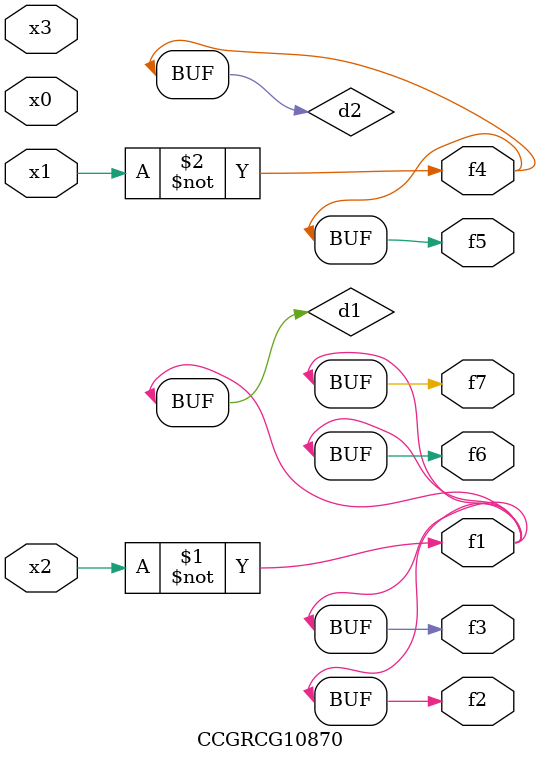
<source format=v>
module CCGRCG10870(
	input x0, x1, x2, x3,
	output f1, f2, f3, f4, f5, f6, f7
);

	wire d1, d2;

	xnor (d1, x2);
	not (d2, x1);
	assign f1 = d1;
	assign f2 = d1;
	assign f3 = d1;
	assign f4 = d2;
	assign f5 = d2;
	assign f6 = d1;
	assign f7 = d1;
endmodule

</source>
